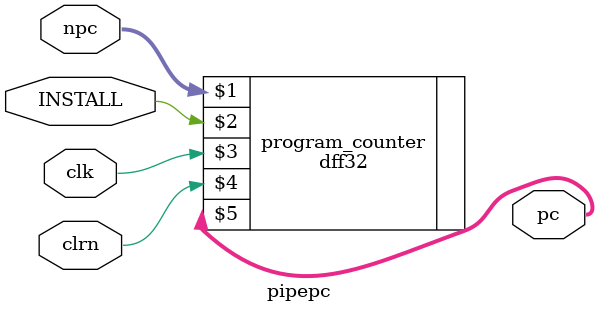
<source format=v>
`timescale 1ns / 1ps
module pipepc(npc,INSTALL,clk,clrn,pc
    );
	 input [31:0] npc;
	 input clk,clrn,INSTALL;
	 output [31:0] pc;
	 dff32 program_counter(npc,INSTALL,clk,clrn,pc);   //ÀûÓÃ32Î»µÄD´¥·¢Æ÷ÊµÏÖPC
endmodule

</source>
